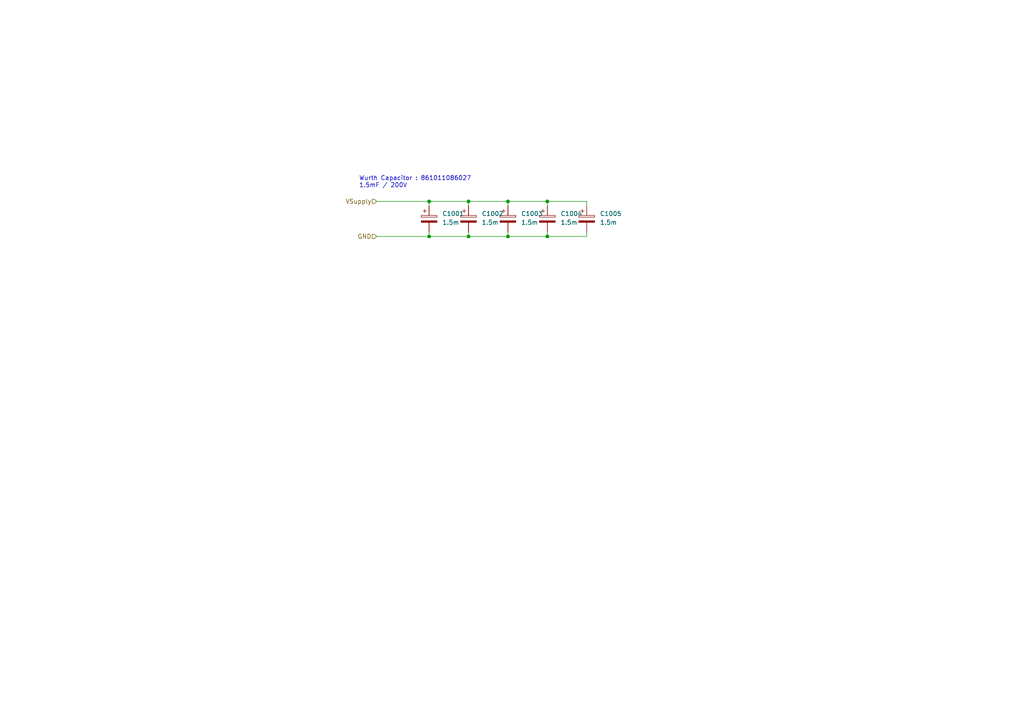
<source format=kicad_sch>
(kicad_sch (version 20250114) (generator "eeschema") (generator_version "9.0")
  (paper "A4")
  (title_block (title "AAP Inverter") (date "2023-05-01") (company "ENSEA"))
  (lib_symbols
    (symbol "Device:C_Polarized" (pin_numbers (hide yes)) (pin_names (offset 0.254))
      (property "Reference" "C" (at 0.635 2.54 0))
      (property "Value" "C_Polarized" (at 0.635 -2.54 0))
      (symbol "C_Polarized_0_1"
        (rectangle (start -2.286 0.508) (end 2.286 1.016))
        (polyline (pts (xy -1.778 2.286) (xy -0.762 2.286)))
        (polyline (pts (xy -1.27 2.794) (xy -1.27 1.778)))
        (rectangle (start 2.286 -0.508) (end -2.286 -1.016) (fill (type outline)))
      )
      (symbol "C_Polarized_1_1"
        (pin passive line (at 0 3.81 270) (length 2.794) (name "~") (number "1"))
        (pin passive line (at 0 -3.81 90) (length 2.794) (name "~") (number "2"))
      )
    )
  )
  (text "Wurth Capacitor : 861011086027\n1.5mF / 200V" (at 104.14 54.61 0) (effects (font (size 1.27 1.27)) (justify left bottom)))
  (junction (at 147.32 68.58))
  (junction (at 124.46 58.42))
  (junction (at 158.75 68.58))
  (junction (at 135.89 58.42))
  (junction (at 147.32 58.42))
  (junction (at 124.46 68.58))
  (junction (at 158.75 58.42))
  (junction (at 135.89 68.58))
  (wire (pts (xy 147.32 58.42) (xy 158.75 58.42)))
  (wire (pts (xy 124.46 58.42) (xy 124.46 59.69)))
  (wire (pts (xy 109.22 68.58) (xy 124.46 68.58)))
  (wire (pts (xy 158.75 58.42) (xy 158.75 59.69)))
  (wire (pts (xy 124.46 67.31) (xy 124.46 68.58)))
  (wire (pts (xy 147.32 68.58) (xy 158.75 68.58)))
  (wire (pts (xy 135.89 58.42) (xy 147.32 58.42)))
  (wire (pts (xy 109.22 58.42) (xy 124.46 58.42)))
  (wire (pts (xy 158.75 67.31) (xy 158.75 68.58)))
  (wire (pts (xy 147.32 58.42) (xy 147.32 59.69)))
  (wire (pts (xy 135.89 67.31) (xy 135.89 68.58)))
  (wire (pts (xy 158.75 58.42) (xy 170.18 58.42)))
  (wire (pts (xy 135.89 68.58) (xy 147.32 68.58)))
  (wire (pts (xy 170.18 59.69) (xy 170.18 58.42)))
  (wire (pts (xy 124.46 68.58) (xy 135.89 68.58)))
  (wire (pts (xy 124.46 58.42) (xy 135.89 58.42)))
  (wire (pts (xy 147.32 67.31) (xy 147.32 68.58)))
  (wire (pts (xy 170.18 67.31) (xy 170.18 68.58)))
  (wire (pts (xy 135.89 59.69) (xy 135.89 58.42)))
  (wire (pts (xy 158.75 68.58) (xy 170.18 68.58)))
  (hierarchical_label "VSupply" (shape input) (at 109.22 58.42 180))
  (hierarchical_label "GND" (shape input) (at 109.22 68.58 180))
  (symbol (lib_id "Device:C_Polarized") (at 135.89 63.5 0) (unit 1)
    (property "Reference" "C1002" (at 139.7 61.976 0) (effects (justify left)))
    (property "Value" "1.5m" (at 139.7 64.516 0) (effects (justify left)))
    (property "Footprint" "Capacitor_THT:CP_Radial_D35.0mm_P10.00mm_SnapIn" (effects (hide yes)))
    (property "Fournisseur" "Wurth" (effects (hide yes)))
    (property "MFR" "861 011 086 027" (effects (hide yes)))
  )
  (symbol (lib_id "Device:C_Polarized") (at 170.18 63.5 0) (unit 1)
    (property "Reference" "C1005" (at 173.99 61.976 0) (effects (justify left)))
    (property "Value" "1.5m" (at 173.99 64.516 0) (effects (justify left)))
    (property "Footprint" "Capacitor_THT:CP_Radial_D35.0mm_P10.00mm_SnapIn" (effects (hide yes)))
    (property "Fournisseur" "Wurth" (effects (hide yes)))
    (property "MFR" "861 011 086 027" (effects (hide yes)))
  )
  (symbol (lib_id "Device:C_Polarized") (at 147.32 63.5 0) (unit 1)
    (property "Reference" "C1003" (at 151.13 61.976 0) (effects (justify left)))
    (property "Value" "1.5m" (at 151.13 64.516 0) (effects (justify left)))
    (property "Footprint" "Capacitor_THT:CP_Radial_D35.0mm_P10.00mm_SnapIn" (effects (hide yes)))
    (property "Fournisseur" "Wurth" (effects (hide yes)))
    (property "MFR" "861 011 086 027" (effects (hide yes)))
  )
  (symbol (lib_id "Device:C_Polarized") (at 158.75 63.5 0) (unit 1)
    (property "Reference" "C1004" (at 162.56 61.976 0) (effects (justify left)))
    (property "Value" "1.5m" (at 162.56 64.516 0) (effects (justify left)))
    (property "Footprint" "Capacitor_THT:CP_Radial_D35.0mm_P10.00mm_SnapIn" (effects (hide yes)))
    (property "Fournisseur" "Wurth" (effects (hide yes)))
    (property "MFR" "861 011 086 027" (effects (hide yes)))
  )
  (symbol (lib_id "Device:C_Polarized") (at 124.46 63.5 0) (unit 1)
    (property "Reference" "C1001" (at 128.27 61.976 0) (effects (justify left)))
    (property "Value" "1.5m" (at 128.27 64.516 0) (effects (justify left)))
    (property "Footprint" "Capacitor_THT:CP_Radial_D35.0mm_P10.00mm_SnapIn" (effects (hide yes)))
    (property "Fournisseur" "Wurth" (effects (hide yes)))
    (property "MFR" "861 011 086 027" (effects (hide yes)))
  )
)
</source>
